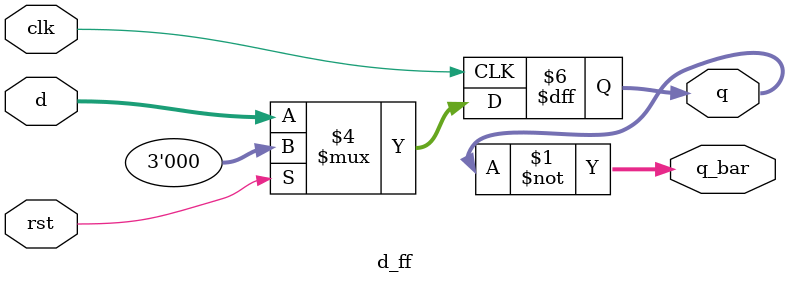
<source format=v>
`timescale 1ns/1ps
module d_ff#(parameter N = 3)(input [N-1:0]d, input clk,input rst, output reg [N-1:0]q, output [N-1:0] q_bar);
assign q_bar = ~q;


always @(posedge clk ) begin
    if (rst) begin
        q <= 0;
    end
    else begin
        q <= d;
    end
end

endmodule
</source>
